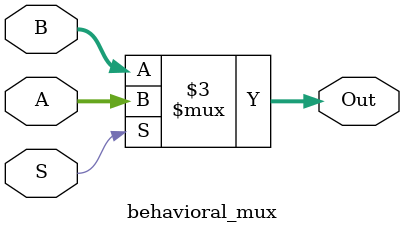
<source format=v>
`timescale 1ns / 1ps

module behavioral_mux(
    
    input [1:0] A,
    input [1:0] B,
    input [0:0] S,
    output reg [1:0] Out
    );
    
    always @(A or B or S) begin
        if(S)
            Out = A;
        else
            Out = B;
    end
    

endmodule

</source>
